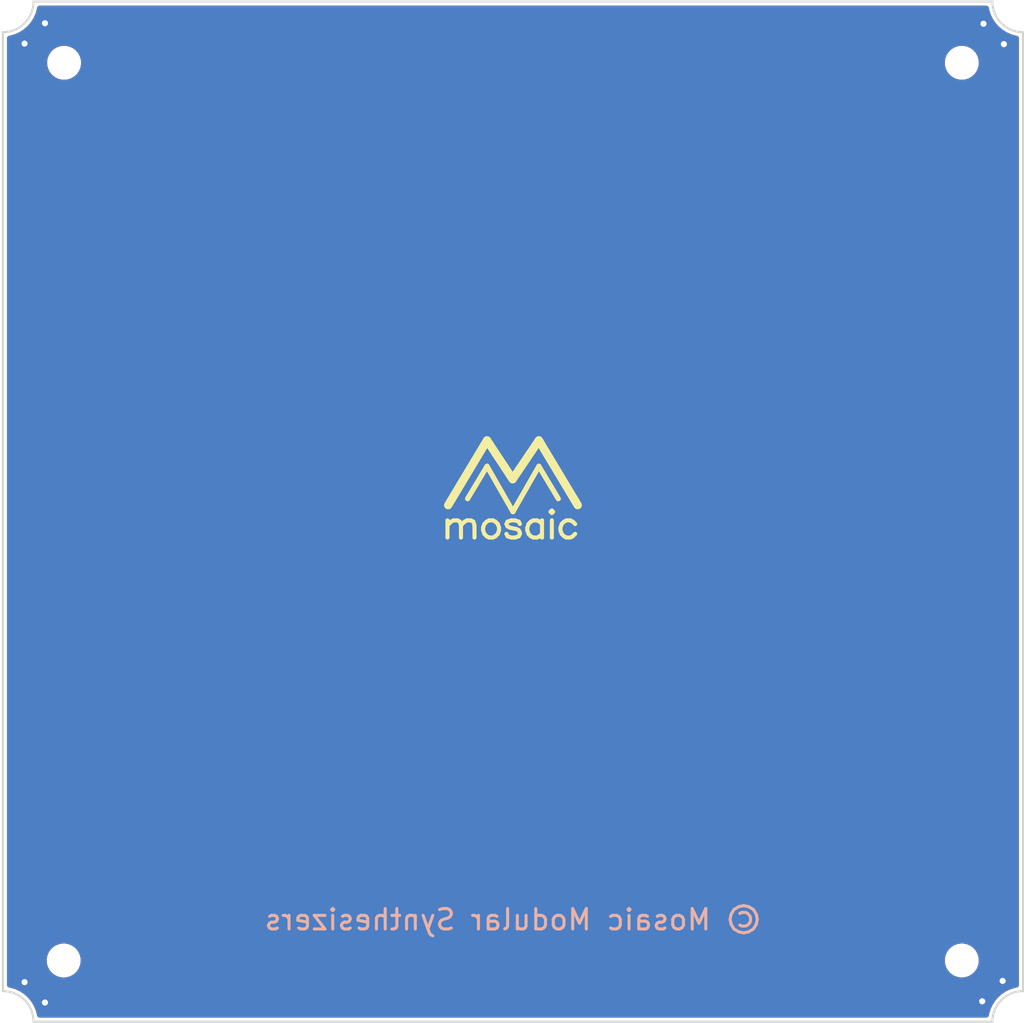
<source format=kicad_pcb>
(kicad_pcb (version 20221018) (generator pcbnew)
  (title_block (company "Mosaic modular Synthesizers"))
  (layers (0 "F.Cu" signal) (31 "B.Cu" signal) (34 "B.Paste" user) (35 "F.Paste" user) (36 "B.SilkS" user "B.Silkscreen") (37 "F.SilkS" user "F.Silkscreen") (38 "B.Mask" user) (39 "F.Mask" user) (44 "Edge.Cuts" user))
  (net 0 "")
  (net 1 "GND")
  (footprint "0-MM:MM50x50_JLC_toolingholes" (layer "F.Cu") (at 150 100)
    (fp_text reference "REF2" hide)
    (fp_text value "JLC_PCBA_tooling_holes" hide)
    (pad "" np_thru_hole circle (at -22.01962 21.999999) (size 1.152 1.152) (drill 1.152) (layers "F&B.Cu" "*.Mask"))
    (pad "" np_thru_hole circle (at -22 -22) (size 1.152 1.152) (drill 1.152) (layers "F&B.Cu" "*.Mask"))
    (pad "" np_thru_hole circle (at 22 -22) (size 1.152 1.152) (drill 1.152) (layers "F&B.Cu" "*.Mask"))
    (pad "" np_thru_hole circle (at 22 22) (size 1.152 1.152) (drill 1.152) (layers "F&B.Cu" "*.Mask"))
  )
  (footprint "0-MM:MM_LOGO" (layer "F.Cu") (at 150 100)
    (fp_text reference "REF3" hide)
    (fp_text value "logo" hide)
    (fp_line (start -3.209537 0.427546) (end -3.209537 0.668546) (stroke (width 0.2)) (layer "F.SilkS"))
    (fp_line (start -3.209537 0.668546) (end -3.209537 1.269546) (stroke (width 0.2)) (layer "F.SilkS"))
    (fp_line (start -3.209537 0.668546) (end -3.028537 0.487546) (stroke (width 0.2)) (layer "F.SilkS"))
    (fp_line (start -3.175 -0.3175) (end -1.27 -3.4925) (stroke (width 0.4064)) (layer "F.SilkS"))
    (fp_line (start -3.028537 0.487546) (end -2.908537 0.427546) (stroke (width 0.2)) (layer "F.SilkS"))
    (fp_line (start -2.908537 0.427546) (end -2.727537 0.427546) (stroke (width 0.2)) (layer "F.SilkS"))
    (fp_line (start -2.727537 0.427546) (end -2.607537 0.487546) (stroke (width 0.2)) (layer "F.SilkS"))
    (fp_line (start -2.607537 0.487546) (end -2.547537 0.668546) (stroke (width 0.2)) (layer "F.SilkS"))
    (fp_line (start -2.547537 0.668546) (end -2.547537 1.269546) (stroke (width 0.2)) (layer "F.SilkS"))
    (fp_line (start -2.547537 0.668546) (end -2.366537 0.487546) (stroke (width 0.2)) (layer "F.SilkS"))
    (fp_line (start -2.366537 0.487546) (end -2.246537 0.427546) (stroke (width 0.2)) (layer "F.SilkS"))
    (fp_line (start -2.246537 0.427546) (end -2.065537 0.427546) (stroke (width 0.2)) (layer "F.SilkS"))
    (fp_line (start -2.065537 0.427546) (end -1.945537 0.487546) (stroke (width 0.2)) (layer "F.SilkS"))
    (fp_line (start -1.945537 0.487546) (end -1.885537 0.668546) (stroke (width 0.2)) (layer "F.SilkS"))
    (fp_line (start -1.885537 0.668546) (end -1.885537 1.269546) (stroke (width 0.2)) (layer "F.SilkS"))
    (fp_line (start -1.464537 0.788546) (end -1.464537 0.908546) (stroke (width 0.2)) (layer "F.SilkS"))
    (fp_line (start -1.464537 0.908546) (end -1.403537 1.089546) (stroke (width 0.2)) (layer "F.SilkS"))
    (fp_line (start -1.403537 0.607546) (end -1.464537 0.788546) (stroke (width 0.2)) (layer "F.SilkS"))
    (fp_line (start -1.403537 1.089546) (end -1.283537 1.209546) (stroke (width 0.2)) (layer "F.SilkS"))
    (fp_line (start -1.283537 0.487546) (end -1.403537 0.607546) (stroke (width 0.2)) (layer "F.SilkS"))
    (fp_line (start -1.283537 1.209546) (end -1.163537 1.269546) (stroke (width 0.2)) (layer "F.SilkS"))
    (fp_line (start -1.27 -3.4925) (end -0.01524 -1.589784) (stroke (width 0.4064)) (layer "F.SilkS"))
    (fp_line (start -1.27 -2.2225) (end -2.2225 -0.635) (stroke (width 0.254)) (layer "F.SilkS"))
    (fp_line (start -1.27 -2.2225) (end 0 0) (stroke (width 0.254)) (layer "F.SilkS"))
    (fp_line (start -1.163537 0.427546) (end -1.283537 0.487546) (stroke (width 0.2)) (layer "F.SilkS"))
    (fp_line (start -1.163537 1.269546) (end -0.982537 1.269546) (stroke (width 0.2)) (layer "F.SilkS"))
    (fp_line (start -0.982537 0.427546) (end -1.163537 0.427546) (stroke (width 0.2)) (layer "F.SilkS"))
    (fp_line (start -0.982537 1.269546) (end -0.862537 1.209546) (stroke (width 0.2)) (layer "F.SilkS"))
    (fp_line (start -0.862537 0.487546) (end -0.982537 0.427546) (stroke (width 0.2)) (layer "F.SilkS"))
    (fp_line (start -0.862537 1.209546) (end -0.742537 1.089546) (stroke (width 0.2)) (layer "F.SilkS"))
    (fp_line (start -0.742537 0.607546) (end -0.862537 0.487546) (stroke (width 0.2)) (layer "F.SilkS"))
    (fp_line (start -0.742537 1.089546) (end -0.681537 0.908546) (stroke (width 0.2)) (layer "F.SilkS"))
    (fp_line (start -0.681537 0.788546) (end -0.742537 0.607546) (stroke (width 0.2)) (layer "F.SilkS"))
    (fp_line (start -0.681537 0.908546) (end -0.681537 0.788546) (stroke (width 0.2)) (layer "F.SilkS"))
    (fp_line (start -0.320537 0.607546) (end -0.260537 0.728546) (stroke (width 0.2)) (layer "F.SilkS"))
    (fp_line (start -0.260537 0.487546) (end -0.320537 0.607546) (stroke (width 0.2)) (layer "F.SilkS"))
    (fp_line (start -0.260537 0.728546) (end -0.140537 0.788546) (stroke (width 0.2)) (layer "F.SilkS"))
    (fp_line (start -0.260537 1.209546) (end -0.320537 1.089546) (stroke (width 0.2)) (layer "F.SilkS"))
    (fp_line (start -0.140537 0.788546) (end 0.160462 0.848546) (stroke (width 0.2)) (layer "F.SilkS"))
    (fp_line (start -0.080537 0.427546) (end -0.260537 0.487546) (stroke (width 0.2)) (layer "F.SilkS"))
    (fp_line (start -0.080537 1.269546) (end -0.260537 1.209546) (stroke (width 0.2)) (layer "F.SilkS"))
    (fp_line (start -0.01524 -1.589784) (end 1.27 -3.4925) (stroke (width 0.4064)) (layer "F.SilkS"))
    (fp_line (start 0 0) (end 1.27 -2.2225) (stroke (width 0.254)) (layer "F.SilkS"))
    (fp_line (start 0.100462 0.427546) (end -0.080537 0.427546) (stroke (width 0.2)) (layer "F.SilkS"))
    (fp_line (start 0.100462 1.269546) (end -0.080537 1.269546) (stroke (width 0.2)) (layer "F.SilkS"))
    (fp_line (start 0.160462 0.848546) (end 0.280462 0.908546) (stroke (width 0.2)) (layer "F.SilkS"))
    (fp_line (start 0.280462 0.487546) (end 0.100462 0.427546) (stroke (width 0.2)) (layer "F.SilkS"))
    (fp_line (start 0.280462 0.908546) (end 0.341462 1.029546) (stroke (width 0.2)) (layer "F.SilkS"))
    (fp_line (start 0.280462 1.209546) (end 0.100462 1.269546) (stroke (width 0.2)) (layer "F.SilkS"))
    (fp_line (start 0.341462 0.607546) (end 0.280462 0.487546) (stroke (width 0.2)) (layer "F.SilkS"))
    (fp_line (start 0.341462 1.029546) (end 0.341462 1.089546) (stroke (width 0.2)) (layer "F.SilkS"))
    (fp_line (start 0.341462 1.089546) (end 0.280462 1.209546) (stroke (width 0.2)) (layer "F.SilkS"))
    (fp_line (start 0.702462 0.788546) (end 0.702462 0.908546) (stroke (width 0.2)) (layer "F.SilkS"))
    (fp_line (start 0.702462 0.908546) (end 0.762462 1.089546) (stroke (width 0.2)) (layer "F.SilkS"))
    (fp_line (start 0.762462 0.607546) (end 0.702462 0.788546) (stroke (width 0.2)) (layer "F.SilkS"))
    (fp_line (start 0.762462 1.089546) (end 0.882462 1.209546) (stroke (width 0.2)) (layer "F.SilkS"))
    (fp_line (start 0.882462 0.487546) (end 0.762462 0.607546) (stroke (width 0.2)) (layer "F.SilkS"))
    (fp_line (start 0.882462 1.209546) (end 1.003462 1.269546) (stroke (width 0.2)) (layer "F.SilkS"))
    (fp_line (start 1.003462 0.427546) (end 0.882462 0.487546) (stroke (width 0.2)) (layer "F.SilkS"))
    (fp_line (start 1.003462 1.269546) (end 1.183462 1.269546) (stroke (width 0.2)) (layer "F.SilkS"))
    (fp_line (start 1.183462 0.427546) (end 1.003462 0.427546) (stroke (width 0.2)) (layer "F.SilkS"))
    (fp_line (start 1.183462 1.269546) (end 1.304462 1.209546) (stroke (width 0.2)) (layer "F.SilkS"))
    (fp_line (start 1.27 -3.4925) (end 3.175 -0.3175) (stroke (width 0.4064)) (layer "F.SilkS"))
    (fp_line (start 1.27 -2.2225) (end 2.2225 -0.635) (stroke (width 0.254)) (layer "F.SilkS"))
    (fp_line (start 1.304462 0.487546) (end 1.183462 0.427546) (stroke (width 0.2)) (layer "F.SilkS"))
    (fp_line (start 1.304462 1.209546) (end 1.424462 1.089546) (stroke (width 0.2)) (layer "F.SilkS"))
    (fp_line (start 1.424462 0.427546) (end 1.424462 0.607546) (stroke (width 0.2)) (layer "F.SilkS"))
    (fp_line (start 1.424462 0.607546) (end 1.304462 0.487546) (stroke (width 0.2)) (layer "F.SilkS"))
    (fp_line (start 1.424462 0.607546) (end 1.424462 1.089546) (stroke (width 0.2)) (layer "F.SilkS"))
    (fp_line (start 1.424462 1.089546) (end 1.424462 1.269546) (stroke (width 0.2)) (layer "F.SilkS"))
    (fp_line (start 1.845462 0.006546) (end 1.905462 0.066546) (stroke (width 0.2)) (layer "F.SilkS"))
    (fp_line (start 1.905462 -0.054453) (end 1.845462 0.006546) (stroke (width 0.2)) (layer "F.SilkS"))
    (fp_line (start 1.905462 0.066546) (end 1.965462 0.006546) (stroke (width 0.2)) (layer "F.SilkS"))
    (fp_line (start 1.905462 0.427546) (end 1.905462 1.269546) (stroke (width 0.2)) (layer "F.SilkS"))
    (fp_line (start 1.965462 0.006546) (end 1.905462 -0.054453) (stroke (width 0.2)) (layer "F.SilkS"))
    (fp_line (start 2.327462 0.788546) (end 2.327462 0.908546) (stroke (width 0.2)) (layer "F.SilkS"))
    (fp_line (start 2.327462 0.908546) (end 2.387462 1.089546) (stroke (width 0.2)) (layer "F.SilkS"))
    (fp_line (start 2.387462 0.607546) (end 2.327462 0.788546) (stroke (width 0.2)) (layer "F.SilkS"))
    (fp_line (start 2.387462 1.089546) (end 2.507462 1.209546) (stroke (width 0.2)) (layer "F.SilkS"))
    (fp_line (start 2.507462 0.487546) (end 2.387462 0.607546) (stroke (width 0.2)) (layer "F.SilkS"))
    (fp_line (start 2.507462 1.209546) (end 2.627462 1.269546) (stroke (width 0.2)) (layer "F.SilkS"))
    (fp_line (start 2.627462 0.427546) (end 2.507462 0.487546) (stroke (width 0.2)) (layer "F.SilkS"))
    (fp_line (start 2.627462 1.269546) (end 2.808462 1.269546) (stroke (width 0.2)) (layer "F.SilkS"))
    (fp_line (start 2.808462 0.427546) (end 2.627462 0.427546) (stroke (width 0.2)) (layer "F.SilkS"))
    (fp_line (start 2.808462 1.269546) (end 2.928462 1.209546) (stroke (width 0.2)) (layer "F.SilkS"))
    (fp_line (start 2.928462 0.487546) (end 2.808462 0.427546) (stroke (width 0.2)) (layer "F.SilkS"))
    (fp_line (start 2.928462 1.209546) (end 3.049462 1.089546) (stroke (width 0.2)) (layer "F.SilkS"))
    (fp_line (start 3.049462 0.607546) (end 2.928462 0.487546) (stroke (width 0.2)) (layer "F.SilkS"))
  )
  (footprint "0-MM:copyright" (layer "F.Cu") (at 150 120)
    (fp_text reference "REF4" hide)
    (fp_text value "copyright" hide)
    (fp_text user "© Mosaic Modular Synthesizers" (at 0 0 unlocked) (layer "B.SilkS") (effects (justify mirror)))
  )
  (gr_arc (start 173.5 125) (mid 173.939326 123.939323) (end 175 123.5) (stroke (width 0.1)) (layer "Edge.Cuts"))
  (gr_arc (start 126.5 75) (mid 126.060645 76.060645) (end 125 76.5) (stroke (width 0.1)) (layer "Edge.Cuts"))
  (gr_arc (start 175 76.5) (mid 173.939339 76.060668) (end 173.5 75) (stroke (width 0.1)) (layer "Edge.Cuts"))
  (gr_line (start 125 123.5) (end 125 76.5) (stroke (width 0.1)) (layer "Edge.Cuts"))
  (gr_line (start 173.5 75) (end 126.5 75) (stroke (width 0.1)) (layer "Edge.Cuts"))
  (gr_arc (start 125 123.5) (mid 126.060635 123.939365) (end 126.5 125) (stroke (width 0.1)) (layer "Edge.Cuts"))
  (gr_line (start 175 76.5) (end 175 123.5) (stroke (width 0.1)) (layer "Edge.Cuts"))
  (gr_line (start 126.5 125) (end 173.5 125) (stroke (width 0.1)) (layer "Edge.Cuts"))
  (via (at 127.062503 76.06066) (size 0.7) (drill 0.3) (layers "F.Cu" "B.Cu") (net 1))
  (via (at 174.063623 77.086572) (size 0.7) (drill 0.3) (layers "F.Cu" "B.Cu") (net 1))
  (via (at 127.062503 124.06066) (size 0.7) (drill 0.3) (layers "F.Cu" "B.Cu") (net 1))
  (via (at 126.062503 77.06066) (size 0.7) (drill 0.3) (layers "F.Cu" "B.Cu") (net 1))
  (via (at 173.00112 124) (size 0.7) (drill 0.3) (layers "F.Cu" "B.Cu") (net 1))
  (via (at 173.063623 76.086572) (size 0.7) (drill 0.3) (layers "F.Cu" "B.Cu") (net 1))
  (via (at 126.062503 123.06066) (size 0.7) (drill 0.3) (layers "F.Cu" "B.Cu") (net 1))
  (via (at 174.00112 123) (size 0.7) (drill 0.3) (layers "F.Cu" "B.Cu") (net 1))
  (zone (net 1) (net_name "GND") (layers "F&B.Cu") (name "GND") (connect_pads (clearance 0.2)) (min_thickness 0.254) (fill yes (thermal_gap 0.508) (thermal_bridge_width 0.508))
    (polygon (pts (xy 175 125) (xy 125 125) (xy 125 75) (xy 175 75)))
  )
)
</source>
